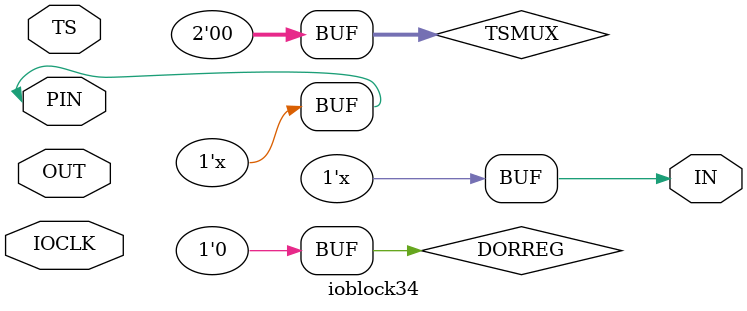
<source format=v>
module ioblock34(
	       inout  PIN,
	       input  TS,
	       input  OUT,
	       output IN,
	       input IOCLK
	       );
   
   reg 		     D;
   reg [2-1:0] 	     TSMUX;
   reg 		     DORREG;

   assign PIN = ( TSMUX == 2'b00 ) ? 1'bz : (( TSMUX == 2'b01 && TS == 1'b1 ) ? OUT : (( TSMUX == 2'b01 && TS == 1'b0 ) ? 1'bz : OUT));
   assign IN  = ( DORREG == 1'b0 ) ? PIN  : D;
   
   initial
     begin
	D=1'b0;
	TSMUX=2'b00;
	DORREG=1'b0;
     end
   
   always @(posedge IOCLK) D=PIN;
   
endmodule       

</source>
